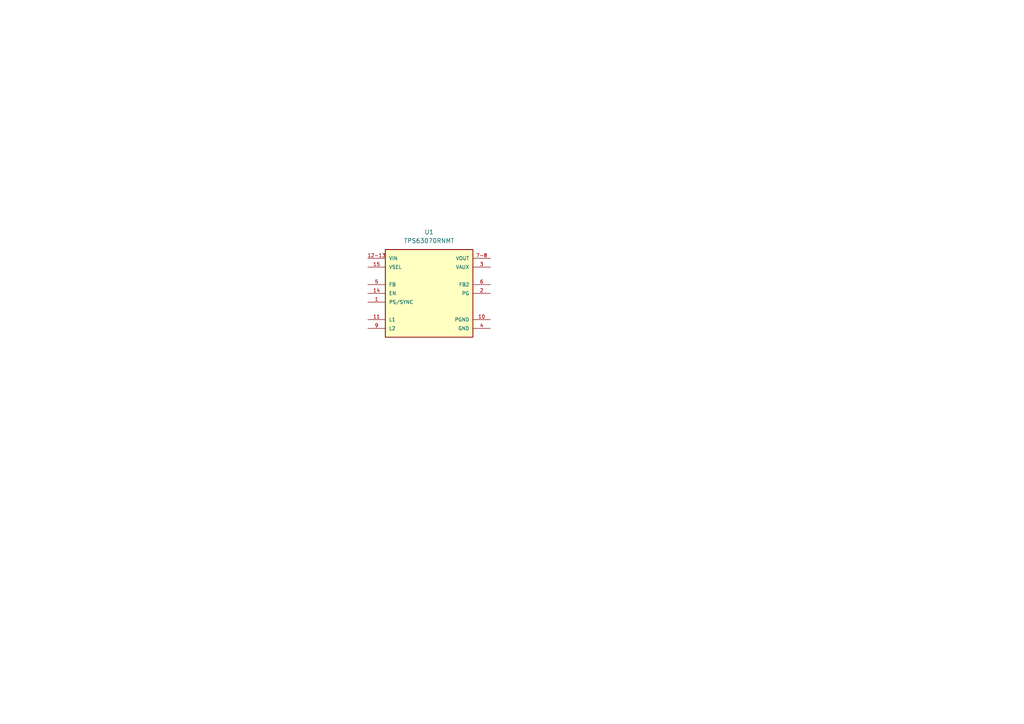
<source format=kicad_sch>
(kicad_sch (version 20230121) (generator eeschema)
  (paper "A4")
  (lib_symbols
    (symbol "enigma-symbol:TPS63070RNMT" (pin_names (offset 1.016))
      (property "Reference" "U" (at -12.7415 13.2512 0))
      (property "Value" "TPS63070RNMT" (at -12.7557 -15.817 0))
      (symbol "TPS63070RNMT_0_0"
        (rectangle (start -12.7 -12.7) (end 12.7 12.7) (stroke (width 0.254)) (fill (type background)))
        (pin input line (at -17.78 -2.54 0) (length 5.08) (name "PS/SYNC") (number "1"))
        (pin power_in line (at 17.78 -7.62 180) (length 5.08) (name "PGND") (number "10"))
        (pin input line (at -17.78 -7.62 0) (length 5.08) (name "L1") (number "11"))
        (pin input line (at -17.78 10.16 0) (length 5.08) (name "VIN") (number "12-13"))
        (pin input line (at -17.78 0 0) (length 5.08) (name "EN") (number "14"))
        (pin input line (at -17.78 7.62 0) (length 5.08) (name "VSEL") (number "15"))
        (pin output line (at 17.78 0 180) (length 5.08) (name "PG") (number "2"))
        (pin output line (at 17.78 7.62 180) (length 5.08) (name "VAUX") (number "3"))
        (pin power_in line (at 17.78 -10.16 180) (length 5.08) (name "GND") (number "4"))
        (pin input line (at -17.78 2.54 0) (length 5.08) (name "FB") (number "5"))
        (pin output line (at 17.78 2.54 180) (length 5.08) (name "FB2") (number "6"))
        (pin output line (at 17.78 10.16 180) (length 5.08) (name "VOUT") (number "7-8"))
        (pin input line (at -17.78 -10.16 0) (length 5.08) (name "L2") (number "9"))
      )
    )
  )
  (symbol (lib_id "enigma-symbol:TPS63070RNMT") (at 124.46 85.09 0) (unit 1)
    (property "Reference" "U1" (at 124.46 67.31 0))
    (property "Value" "TPS63070RNMT" (at 124.46 69.85 0))
    (property "Footprint" "enigma-footprint:TPS63070" (effects hide))
    (property "MF" "Texas Instruments" (effects hide))
    (property "DESCRIPTION" "Conv DC-DC 2V to 16V Step Down/Step Up Single-Out 2.5V to 9V 2A 15-Pin VQFN-HR T/R" (effects hide))
    (property "PACKAGE" "VQFN-15 Texas Instruments" (effects hide))
    (property "PRICE" "1.92 USD" (effects hide))
    (property "Package" "VQFN-HR-15 Texas Instruments" (effects hide))
    (property "Check_prices" "https://www.snapeda.com/parts/TPS63070RNMT/Texas+Instruments/view-part/?ref=eda" (effects hide))
    (property "Price" "None" (effects hide))
    (property "SnapEDA_Link" "https://www.snapeda.com/parts/TPS63070RNMT/Texas+Instruments/view-part/?ref=snap" (effects hide))
    (property "MP" "TPS63070RNMT" (effects hide))
    (property "Availability" "In Stock" (effects hide))
    (property "AVAILABILITY" "Good" (effects hide))
    (property "Description" "\n                        \n                            Wide input voltage (2V-16V) buck-boost converter\n                        \n" (effects hide))
  )
)
</source>
